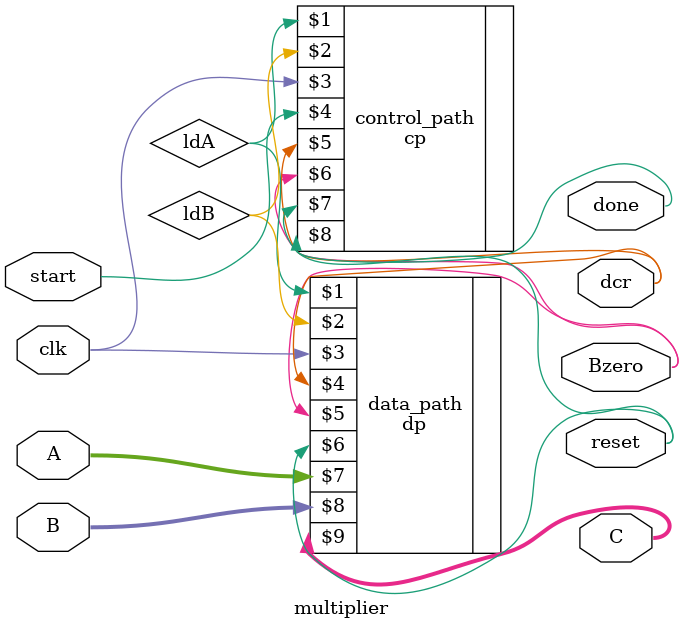
<source format=v>
`timescale 1ns / 1ps


module multiplier(A,B,C,clk,start,Bzero,reset,dcr,done);
    input [3:0]A,B;
    output Bzero,reset,dcr,done;
    output [7:0]C;
    input clk,start;
    cp control_path(ldA,ldB,clk,start,dcr,Bzero,done,reset);
    dp data_path(ldA,ldB,clk,dcr,Bzero,reset,A,B,C);
endmodule

</source>
